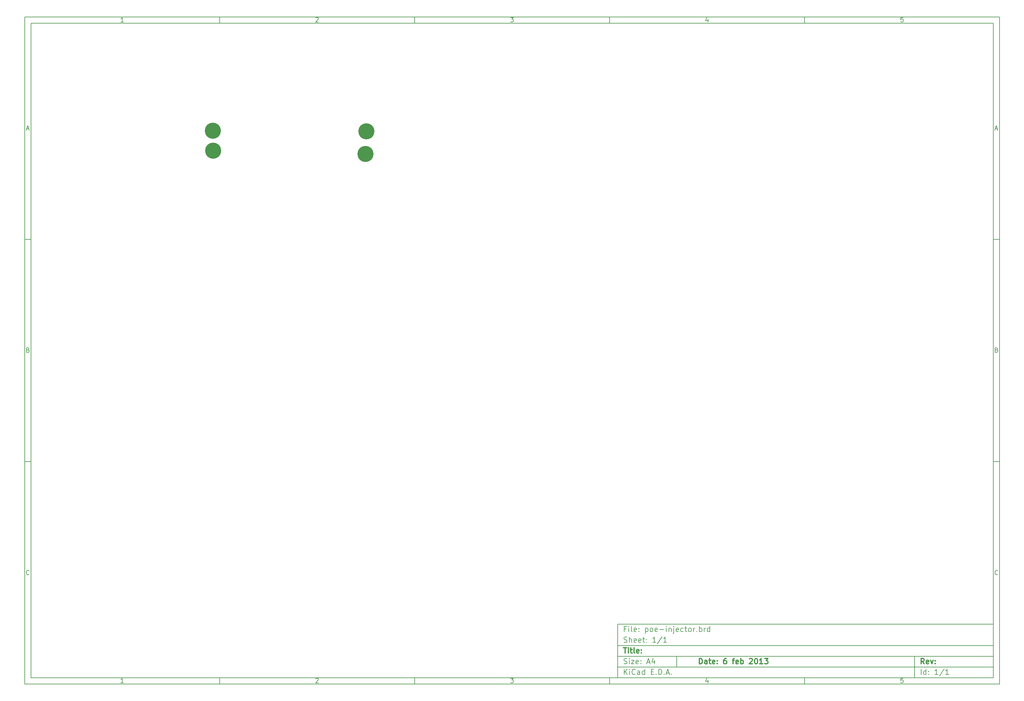
<source format=gbs>
G04 (created by PCBNEW-RS274X (2012-01-19 BZR 3256)-stable) date 2/5/2013 11:52:39 PM*
G01*
G70*
G90*
%MOIN*%
G04 Gerber Fmt 3.4, Leading zero omitted, Abs format*
%FSLAX34Y34*%
G04 APERTURE LIST*
%ADD10C,0.006000*%
%ADD11C,0.012000*%
%ADD12C,0.180000*%
G04 APERTURE END LIST*
G54D10*
X04000Y-04000D02*
X113000Y-04000D01*
X113000Y-78670D01*
X04000Y-78670D01*
X04000Y-04000D01*
X04700Y-04700D02*
X112300Y-04700D01*
X112300Y-77970D01*
X04700Y-77970D01*
X04700Y-04700D01*
X25800Y-04000D02*
X25800Y-04700D01*
X15043Y-04552D02*
X14757Y-04552D01*
X14900Y-04552D02*
X14900Y-04052D01*
X14852Y-04124D01*
X14805Y-04171D01*
X14757Y-04195D01*
X25800Y-78670D02*
X25800Y-77970D01*
X15043Y-78522D02*
X14757Y-78522D01*
X14900Y-78522D02*
X14900Y-78022D01*
X14852Y-78094D01*
X14805Y-78141D01*
X14757Y-78165D01*
X47600Y-04000D02*
X47600Y-04700D01*
X36557Y-04100D02*
X36581Y-04076D01*
X36629Y-04052D01*
X36748Y-04052D01*
X36795Y-04076D01*
X36819Y-04100D01*
X36843Y-04148D01*
X36843Y-04195D01*
X36819Y-04267D01*
X36533Y-04552D01*
X36843Y-04552D01*
X47600Y-78670D02*
X47600Y-77970D01*
X36557Y-78070D02*
X36581Y-78046D01*
X36629Y-78022D01*
X36748Y-78022D01*
X36795Y-78046D01*
X36819Y-78070D01*
X36843Y-78118D01*
X36843Y-78165D01*
X36819Y-78237D01*
X36533Y-78522D01*
X36843Y-78522D01*
X69400Y-04000D02*
X69400Y-04700D01*
X58333Y-04052D02*
X58643Y-04052D01*
X58476Y-04243D01*
X58548Y-04243D01*
X58595Y-04267D01*
X58619Y-04290D01*
X58643Y-04338D01*
X58643Y-04457D01*
X58619Y-04505D01*
X58595Y-04529D01*
X58548Y-04552D01*
X58405Y-04552D01*
X58357Y-04529D01*
X58333Y-04505D01*
X69400Y-78670D02*
X69400Y-77970D01*
X58333Y-78022D02*
X58643Y-78022D01*
X58476Y-78213D01*
X58548Y-78213D01*
X58595Y-78237D01*
X58619Y-78260D01*
X58643Y-78308D01*
X58643Y-78427D01*
X58619Y-78475D01*
X58595Y-78499D01*
X58548Y-78522D01*
X58405Y-78522D01*
X58357Y-78499D01*
X58333Y-78475D01*
X91200Y-04000D02*
X91200Y-04700D01*
X80395Y-04219D02*
X80395Y-04552D01*
X80276Y-04029D02*
X80157Y-04386D01*
X80467Y-04386D01*
X91200Y-78670D02*
X91200Y-77970D01*
X80395Y-78189D02*
X80395Y-78522D01*
X80276Y-77999D02*
X80157Y-78356D01*
X80467Y-78356D01*
X102219Y-04052D02*
X101981Y-04052D01*
X101957Y-04290D01*
X101981Y-04267D01*
X102029Y-04243D01*
X102148Y-04243D01*
X102195Y-04267D01*
X102219Y-04290D01*
X102243Y-04338D01*
X102243Y-04457D01*
X102219Y-04505D01*
X102195Y-04529D01*
X102148Y-04552D01*
X102029Y-04552D01*
X101981Y-04529D01*
X101957Y-04505D01*
X102219Y-78022D02*
X101981Y-78022D01*
X101957Y-78260D01*
X101981Y-78237D01*
X102029Y-78213D01*
X102148Y-78213D01*
X102195Y-78237D01*
X102219Y-78260D01*
X102243Y-78308D01*
X102243Y-78427D01*
X102219Y-78475D01*
X102195Y-78499D01*
X102148Y-78522D01*
X102029Y-78522D01*
X101981Y-78499D01*
X101957Y-78475D01*
X04000Y-28890D02*
X04700Y-28890D01*
X04231Y-16510D02*
X04469Y-16510D01*
X04184Y-16652D02*
X04350Y-16152D01*
X04517Y-16652D01*
X113000Y-28890D02*
X112300Y-28890D01*
X112531Y-16510D02*
X112769Y-16510D01*
X112484Y-16652D02*
X112650Y-16152D01*
X112817Y-16652D01*
X04000Y-53780D02*
X04700Y-53780D01*
X04386Y-41280D02*
X04457Y-41304D01*
X04481Y-41328D01*
X04505Y-41376D01*
X04505Y-41447D01*
X04481Y-41495D01*
X04457Y-41519D01*
X04410Y-41542D01*
X04219Y-41542D01*
X04219Y-41042D01*
X04386Y-41042D01*
X04433Y-41066D01*
X04457Y-41090D01*
X04481Y-41138D01*
X04481Y-41185D01*
X04457Y-41233D01*
X04433Y-41257D01*
X04386Y-41280D01*
X04219Y-41280D01*
X113000Y-53780D02*
X112300Y-53780D01*
X112686Y-41280D02*
X112757Y-41304D01*
X112781Y-41328D01*
X112805Y-41376D01*
X112805Y-41447D01*
X112781Y-41495D01*
X112757Y-41519D01*
X112710Y-41542D01*
X112519Y-41542D01*
X112519Y-41042D01*
X112686Y-41042D01*
X112733Y-41066D01*
X112757Y-41090D01*
X112781Y-41138D01*
X112781Y-41185D01*
X112757Y-41233D01*
X112733Y-41257D01*
X112686Y-41280D01*
X112519Y-41280D01*
X04505Y-66385D02*
X04481Y-66409D01*
X04410Y-66432D01*
X04362Y-66432D01*
X04290Y-66409D01*
X04243Y-66361D01*
X04219Y-66313D01*
X04195Y-66218D01*
X04195Y-66147D01*
X04219Y-66051D01*
X04243Y-66004D01*
X04290Y-65956D01*
X04362Y-65932D01*
X04410Y-65932D01*
X04481Y-65956D01*
X04505Y-65980D01*
X112805Y-66385D02*
X112781Y-66409D01*
X112710Y-66432D01*
X112662Y-66432D01*
X112590Y-66409D01*
X112543Y-66361D01*
X112519Y-66313D01*
X112495Y-66218D01*
X112495Y-66147D01*
X112519Y-66051D01*
X112543Y-66004D01*
X112590Y-65956D01*
X112662Y-65932D01*
X112710Y-65932D01*
X112781Y-65956D01*
X112805Y-65980D01*
G54D11*
X79443Y-76413D02*
X79443Y-75813D01*
X79586Y-75813D01*
X79671Y-75841D01*
X79729Y-75899D01*
X79757Y-75956D01*
X79786Y-76070D01*
X79786Y-76156D01*
X79757Y-76270D01*
X79729Y-76327D01*
X79671Y-76384D01*
X79586Y-76413D01*
X79443Y-76413D01*
X80300Y-76413D02*
X80300Y-76099D01*
X80271Y-76041D01*
X80214Y-76013D01*
X80100Y-76013D01*
X80043Y-76041D01*
X80300Y-76384D02*
X80243Y-76413D01*
X80100Y-76413D01*
X80043Y-76384D01*
X80014Y-76327D01*
X80014Y-76270D01*
X80043Y-76213D01*
X80100Y-76184D01*
X80243Y-76184D01*
X80300Y-76156D01*
X80500Y-76013D02*
X80729Y-76013D01*
X80586Y-75813D02*
X80586Y-76327D01*
X80614Y-76384D01*
X80672Y-76413D01*
X80729Y-76413D01*
X81157Y-76384D02*
X81100Y-76413D01*
X80986Y-76413D01*
X80929Y-76384D01*
X80900Y-76327D01*
X80900Y-76099D01*
X80929Y-76041D01*
X80986Y-76013D01*
X81100Y-76013D01*
X81157Y-76041D01*
X81186Y-76099D01*
X81186Y-76156D01*
X80900Y-76213D01*
X81443Y-76356D02*
X81471Y-76384D01*
X81443Y-76413D01*
X81414Y-76384D01*
X81443Y-76356D01*
X81443Y-76413D01*
X81443Y-76041D02*
X81471Y-76070D01*
X81443Y-76099D01*
X81414Y-76070D01*
X81443Y-76041D01*
X81443Y-76099D01*
X82443Y-75813D02*
X82329Y-75813D01*
X82272Y-75841D01*
X82243Y-75870D01*
X82186Y-75956D01*
X82157Y-76070D01*
X82157Y-76299D01*
X82186Y-76356D01*
X82214Y-76384D01*
X82272Y-76413D01*
X82386Y-76413D01*
X82443Y-76384D01*
X82472Y-76356D01*
X82500Y-76299D01*
X82500Y-76156D01*
X82472Y-76099D01*
X82443Y-76070D01*
X82386Y-76041D01*
X82272Y-76041D01*
X82214Y-76070D01*
X82186Y-76099D01*
X82157Y-76156D01*
X83128Y-76013D02*
X83357Y-76013D01*
X83214Y-76413D02*
X83214Y-75899D01*
X83242Y-75841D01*
X83300Y-75813D01*
X83357Y-75813D01*
X83785Y-76384D02*
X83728Y-76413D01*
X83614Y-76413D01*
X83557Y-76384D01*
X83528Y-76327D01*
X83528Y-76099D01*
X83557Y-76041D01*
X83614Y-76013D01*
X83728Y-76013D01*
X83785Y-76041D01*
X83814Y-76099D01*
X83814Y-76156D01*
X83528Y-76213D01*
X84071Y-76413D02*
X84071Y-75813D01*
X84071Y-76041D02*
X84128Y-76013D01*
X84242Y-76013D01*
X84299Y-76041D01*
X84328Y-76070D01*
X84357Y-76127D01*
X84357Y-76299D01*
X84328Y-76356D01*
X84299Y-76384D01*
X84242Y-76413D01*
X84128Y-76413D01*
X84071Y-76384D01*
X85042Y-75870D02*
X85071Y-75841D01*
X85128Y-75813D01*
X85271Y-75813D01*
X85328Y-75841D01*
X85357Y-75870D01*
X85385Y-75927D01*
X85385Y-75984D01*
X85357Y-76070D01*
X85014Y-76413D01*
X85385Y-76413D01*
X85756Y-75813D02*
X85813Y-75813D01*
X85870Y-75841D01*
X85899Y-75870D01*
X85928Y-75927D01*
X85956Y-76041D01*
X85956Y-76184D01*
X85928Y-76299D01*
X85899Y-76356D01*
X85870Y-76384D01*
X85813Y-76413D01*
X85756Y-76413D01*
X85699Y-76384D01*
X85670Y-76356D01*
X85642Y-76299D01*
X85613Y-76184D01*
X85613Y-76041D01*
X85642Y-75927D01*
X85670Y-75870D01*
X85699Y-75841D01*
X85756Y-75813D01*
X86527Y-76413D02*
X86184Y-76413D01*
X86356Y-76413D02*
X86356Y-75813D01*
X86299Y-75899D01*
X86241Y-75956D01*
X86184Y-75984D01*
X86727Y-75813D02*
X87098Y-75813D01*
X86898Y-76041D01*
X86984Y-76041D01*
X87041Y-76070D01*
X87070Y-76099D01*
X87098Y-76156D01*
X87098Y-76299D01*
X87070Y-76356D01*
X87041Y-76384D01*
X86984Y-76413D01*
X86812Y-76413D01*
X86755Y-76384D01*
X86727Y-76356D01*
G54D10*
X71043Y-77613D02*
X71043Y-77013D01*
X71386Y-77613D02*
X71129Y-77270D01*
X71386Y-77013D02*
X71043Y-77356D01*
X71643Y-77613D02*
X71643Y-77213D01*
X71643Y-77013D02*
X71614Y-77041D01*
X71643Y-77070D01*
X71671Y-77041D01*
X71643Y-77013D01*
X71643Y-77070D01*
X72272Y-77556D02*
X72243Y-77584D01*
X72157Y-77613D01*
X72100Y-77613D01*
X72015Y-77584D01*
X71957Y-77527D01*
X71929Y-77470D01*
X71900Y-77356D01*
X71900Y-77270D01*
X71929Y-77156D01*
X71957Y-77099D01*
X72015Y-77041D01*
X72100Y-77013D01*
X72157Y-77013D01*
X72243Y-77041D01*
X72272Y-77070D01*
X72786Y-77613D02*
X72786Y-77299D01*
X72757Y-77241D01*
X72700Y-77213D01*
X72586Y-77213D01*
X72529Y-77241D01*
X72786Y-77584D02*
X72729Y-77613D01*
X72586Y-77613D01*
X72529Y-77584D01*
X72500Y-77527D01*
X72500Y-77470D01*
X72529Y-77413D01*
X72586Y-77384D01*
X72729Y-77384D01*
X72786Y-77356D01*
X73329Y-77613D02*
X73329Y-77013D01*
X73329Y-77584D02*
X73272Y-77613D01*
X73158Y-77613D01*
X73100Y-77584D01*
X73072Y-77556D01*
X73043Y-77499D01*
X73043Y-77327D01*
X73072Y-77270D01*
X73100Y-77241D01*
X73158Y-77213D01*
X73272Y-77213D01*
X73329Y-77241D01*
X74072Y-77299D02*
X74272Y-77299D01*
X74358Y-77613D02*
X74072Y-77613D01*
X74072Y-77013D01*
X74358Y-77013D01*
X74615Y-77556D02*
X74643Y-77584D01*
X74615Y-77613D01*
X74586Y-77584D01*
X74615Y-77556D01*
X74615Y-77613D01*
X74901Y-77613D02*
X74901Y-77013D01*
X75044Y-77013D01*
X75129Y-77041D01*
X75187Y-77099D01*
X75215Y-77156D01*
X75244Y-77270D01*
X75244Y-77356D01*
X75215Y-77470D01*
X75187Y-77527D01*
X75129Y-77584D01*
X75044Y-77613D01*
X74901Y-77613D01*
X75501Y-77556D02*
X75529Y-77584D01*
X75501Y-77613D01*
X75472Y-77584D01*
X75501Y-77556D01*
X75501Y-77613D01*
X75758Y-77441D02*
X76044Y-77441D01*
X75701Y-77613D02*
X75901Y-77013D01*
X76101Y-77613D01*
X76301Y-77556D02*
X76329Y-77584D01*
X76301Y-77613D01*
X76272Y-77584D01*
X76301Y-77556D01*
X76301Y-77613D01*
G54D11*
X104586Y-76413D02*
X104386Y-76127D01*
X104243Y-76413D02*
X104243Y-75813D01*
X104471Y-75813D01*
X104529Y-75841D01*
X104557Y-75870D01*
X104586Y-75927D01*
X104586Y-76013D01*
X104557Y-76070D01*
X104529Y-76099D01*
X104471Y-76127D01*
X104243Y-76127D01*
X105071Y-76384D02*
X105014Y-76413D01*
X104900Y-76413D01*
X104843Y-76384D01*
X104814Y-76327D01*
X104814Y-76099D01*
X104843Y-76041D01*
X104900Y-76013D01*
X105014Y-76013D01*
X105071Y-76041D01*
X105100Y-76099D01*
X105100Y-76156D01*
X104814Y-76213D01*
X105300Y-76013D02*
X105443Y-76413D01*
X105585Y-76013D01*
X105814Y-76356D02*
X105842Y-76384D01*
X105814Y-76413D01*
X105785Y-76384D01*
X105814Y-76356D01*
X105814Y-76413D01*
X105814Y-76041D02*
X105842Y-76070D01*
X105814Y-76099D01*
X105785Y-76070D01*
X105814Y-76041D01*
X105814Y-76099D01*
G54D10*
X71014Y-76384D02*
X71100Y-76413D01*
X71243Y-76413D01*
X71300Y-76384D01*
X71329Y-76356D01*
X71357Y-76299D01*
X71357Y-76241D01*
X71329Y-76184D01*
X71300Y-76156D01*
X71243Y-76127D01*
X71129Y-76099D01*
X71071Y-76070D01*
X71043Y-76041D01*
X71014Y-75984D01*
X71014Y-75927D01*
X71043Y-75870D01*
X71071Y-75841D01*
X71129Y-75813D01*
X71271Y-75813D01*
X71357Y-75841D01*
X71614Y-76413D02*
X71614Y-76013D01*
X71614Y-75813D02*
X71585Y-75841D01*
X71614Y-75870D01*
X71642Y-75841D01*
X71614Y-75813D01*
X71614Y-75870D01*
X71843Y-76013D02*
X72157Y-76013D01*
X71843Y-76413D01*
X72157Y-76413D01*
X72614Y-76384D02*
X72557Y-76413D01*
X72443Y-76413D01*
X72386Y-76384D01*
X72357Y-76327D01*
X72357Y-76099D01*
X72386Y-76041D01*
X72443Y-76013D01*
X72557Y-76013D01*
X72614Y-76041D01*
X72643Y-76099D01*
X72643Y-76156D01*
X72357Y-76213D01*
X72900Y-76356D02*
X72928Y-76384D01*
X72900Y-76413D01*
X72871Y-76384D01*
X72900Y-76356D01*
X72900Y-76413D01*
X72900Y-76041D02*
X72928Y-76070D01*
X72900Y-76099D01*
X72871Y-76070D01*
X72900Y-76041D01*
X72900Y-76099D01*
X73614Y-76241D02*
X73900Y-76241D01*
X73557Y-76413D02*
X73757Y-75813D01*
X73957Y-76413D01*
X74414Y-76013D02*
X74414Y-76413D01*
X74271Y-75784D02*
X74128Y-76213D01*
X74500Y-76213D01*
X104243Y-77613D02*
X104243Y-77013D01*
X104786Y-77613D02*
X104786Y-77013D01*
X104786Y-77584D02*
X104729Y-77613D01*
X104615Y-77613D01*
X104557Y-77584D01*
X104529Y-77556D01*
X104500Y-77499D01*
X104500Y-77327D01*
X104529Y-77270D01*
X104557Y-77241D01*
X104615Y-77213D01*
X104729Y-77213D01*
X104786Y-77241D01*
X105072Y-77556D02*
X105100Y-77584D01*
X105072Y-77613D01*
X105043Y-77584D01*
X105072Y-77556D01*
X105072Y-77613D01*
X105072Y-77241D02*
X105100Y-77270D01*
X105072Y-77299D01*
X105043Y-77270D01*
X105072Y-77241D01*
X105072Y-77299D01*
X106129Y-77613D02*
X105786Y-77613D01*
X105958Y-77613D02*
X105958Y-77013D01*
X105901Y-77099D01*
X105843Y-77156D01*
X105786Y-77184D01*
X106814Y-76984D02*
X106300Y-77756D01*
X107329Y-77613D02*
X106986Y-77613D01*
X107158Y-77613D02*
X107158Y-77013D01*
X107101Y-77099D01*
X107043Y-77156D01*
X106986Y-77184D01*
G54D11*
X70957Y-74613D02*
X71300Y-74613D01*
X71129Y-75213D02*
X71129Y-74613D01*
X71500Y-75213D02*
X71500Y-74813D01*
X71500Y-74613D02*
X71471Y-74641D01*
X71500Y-74670D01*
X71528Y-74641D01*
X71500Y-74613D01*
X71500Y-74670D01*
X71700Y-74813D02*
X71929Y-74813D01*
X71786Y-74613D02*
X71786Y-75127D01*
X71814Y-75184D01*
X71872Y-75213D01*
X71929Y-75213D01*
X72215Y-75213D02*
X72157Y-75184D01*
X72129Y-75127D01*
X72129Y-74613D01*
X72671Y-75184D02*
X72614Y-75213D01*
X72500Y-75213D01*
X72443Y-75184D01*
X72414Y-75127D01*
X72414Y-74899D01*
X72443Y-74841D01*
X72500Y-74813D01*
X72614Y-74813D01*
X72671Y-74841D01*
X72700Y-74899D01*
X72700Y-74956D01*
X72414Y-75013D01*
X72957Y-75156D02*
X72985Y-75184D01*
X72957Y-75213D01*
X72928Y-75184D01*
X72957Y-75156D01*
X72957Y-75213D01*
X72957Y-74841D02*
X72985Y-74870D01*
X72957Y-74899D01*
X72928Y-74870D01*
X72957Y-74841D01*
X72957Y-74899D01*
G54D10*
X71243Y-72499D02*
X71043Y-72499D01*
X71043Y-72813D02*
X71043Y-72213D01*
X71329Y-72213D01*
X71557Y-72813D02*
X71557Y-72413D01*
X71557Y-72213D02*
X71528Y-72241D01*
X71557Y-72270D01*
X71585Y-72241D01*
X71557Y-72213D01*
X71557Y-72270D01*
X71929Y-72813D02*
X71871Y-72784D01*
X71843Y-72727D01*
X71843Y-72213D01*
X72385Y-72784D02*
X72328Y-72813D01*
X72214Y-72813D01*
X72157Y-72784D01*
X72128Y-72727D01*
X72128Y-72499D01*
X72157Y-72441D01*
X72214Y-72413D01*
X72328Y-72413D01*
X72385Y-72441D01*
X72414Y-72499D01*
X72414Y-72556D01*
X72128Y-72613D01*
X72671Y-72756D02*
X72699Y-72784D01*
X72671Y-72813D01*
X72642Y-72784D01*
X72671Y-72756D01*
X72671Y-72813D01*
X72671Y-72441D02*
X72699Y-72470D01*
X72671Y-72499D01*
X72642Y-72470D01*
X72671Y-72441D01*
X72671Y-72499D01*
X73414Y-72413D02*
X73414Y-73013D01*
X73414Y-72441D02*
X73471Y-72413D01*
X73585Y-72413D01*
X73642Y-72441D01*
X73671Y-72470D01*
X73700Y-72527D01*
X73700Y-72699D01*
X73671Y-72756D01*
X73642Y-72784D01*
X73585Y-72813D01*
X73471Y-72813D01*
X73414Y-72784D01*
X74043Y-72813D02*
X73985Y-72784D01*
X73957Y-72756D01*
X73928Y-72699D01*
X73928Y-72527D01*
X73957Y-72470D01*
X73985Y-72441D01*
X74043Y-72413D01*
X74128Y-72413D01*
X74185Y-72441D01*
X74214Y-72470D01*
X74243Y-72527D01*
X74243Y-72699D01*
X74214Y-72756D01*
X74185Y-72784D01*
X74128Y-72813D01*
X74043Y-72813D01*
X74728Y-72784D02*
X74671Y-72813D01*
X74557Y-72813D01*
X74500Y-72784D01*
X74471Y-72727D01*
X74471Y-72499D01*
X74500Y-72441D01*
X74557Y-72413D01*
X74671Y-72413D01*
X74728Y-72441D01*
X74757Y-72499D01*
X74757Y-72556D01*
X74471Y-72613D01*
X75014Y-72584D02*
X75471Y-72584D01*
X75757Y-72813D02*
X75757Y-72413D01*
X75757Y-72213D02*
X75728Y-72241D01*
X75757Y-72270D01*
X75785Y-72241D01*
X75757Y-72213D01*
X75757Y-72270D01*
X76043Y-72413D02*
X76043Y-72813D01*
X76043Y-72470D02*
X76071Y-72441D01*
X76129Y-72413D01*
X76214Y-72413D01*
X76271Y-72441D01*
X76300Y-72499D01*
X76300Y-72813D01*
X76586Y-72413D02*
X76586Y-72927D01*
X76557Y-72984D01*
X76500Y-73013D01*
X76472Y-73013D01*
X76586Y-72213D02*
X76557Y-72241D01*
X76586Y-72270D01*
X76614Y-72241D01*
X76586Y-72213D01*
X76586Y-72270D01*
X77100Y-72784D02*
X77043Y-72813D01*
X76929Y-72813D01*
X76872Y-72784D01*
X76843Y-72727D01*
X76843Y-72499D01*
X76872Y-72441D01*
X76929Y-72413D01*
X77043Y-72413D01*
X77100Y-72441D01*
X77129Y-72499D01*
X77129Y-72556D01*
X76843Y-72613D01*
X77643Y-72784D02*
X77586Y-72813D01*
X77472Y-72813D01*
X77414Y-72784D01*
X77386Y-72756D01*
X77357Y-72699D01*
X77357Y-72527D01*
X77386Y-72470D01*
X77414Y-72441D01*
X77472Y-72413D01*
X77586Y-72413D01*
X77643Y-72441D01*
X77814Y-72413D02*
X78043Y-72413D01*
X77900Y-72213D02*
X77900Y-72727D01*
X77928Y-72784D01*
X77986Y-72813D01*
X78043Y-72813D01*
X78329Y-72813D02*
X78271Y-72784D01*
X78243Y-72756D01*
X78214Y-72699D01*
X78214Y-72527D01*
X78243Y-72470D01*
X78271Y-72441D01*
X78329Y-72413D01*
X78414Y-72413D01*
X78471Y-72441D01*
X78500Y-72470D01*
X78529Y-72527D01*
X78529Y-72699D01*
X78500Y-72756D01*
X78471Y-72784D01*
X78414Y-72813D01*
X78329Y-72813D01*
X78786Y-72813D02*
X78786Y-72413D01*
X78786Y-72527D02*
X78814Y-72470D01*
X78843Y-72441D01*
X78900Y-72413D01*
X78957Y-72413D01*
X79157Y-72756D02*
X79185Y-72784D01*
X79157Y-72813D01*
X79128Y-72784D01*
X79157Y-72756D01*
X79157Y-72813D01*
X79443Y-72813D02*
X79443Y-72213D01*
X79443Y-72441D02*
X79500Y-72413D01*
X79614Y-72413D01*
X79671Y-72441D01*
X79700Y-72470D01*
X79729Y-72527D01*
X79729Y-72699D01*
X79700Y-72756D01*
X79671Y-72784D01*
X79614Y-72813D01*
X79500Y-72813D01*
X79443Y-72784D01*
X79986Y-72813D02*
X79986Y-72413D01*
X79986Y-72527D02*
X80014Y-72470D01*
X80043Y-72441D01*
X80100Y-72413D01*
X80157Y-72413D01*
X80614Y-72813D02*
X80614Y-72213D01*
X80614Y-72784D02*
X80557Y-72813D01*
X80443Y-72813D01*
X80385Y-72784D01*
X80357Y-72756D01*
X80328Y-72699D01*
X80328Y-72527D01*
X80357Y-72470D01*
X80385Y-72441D01*
X80443Y-72413D01*
X80557Y-72413D01*
X80614Y-72441D01*
X71014Y-73984D02*
X71100Y-74013D01*
X71243Y-74013D01*
X71300Y-73984D01*
X71329Y-73956D01*
X71357Y-73899D01*
X71357Y-73841D01*
X71329Y-73784D01*
X71300Y-73756D01*
X71243Y-73727D01*
X71129Y-73699D01*
X71071Y-73670D01*
X71043Y-73641D01*
X71014Y-73584D01*
X71014Y-73527D01*
X71043Y-73470D01*
X71071Y-73441D01*
X71129Y-73413D01*
X71271Y-73413D01*
X71357Y-73441D01*
X71614Y-74013D02*
X71614Y-73413D01*
X71871Y-74013D02*
X71871Y-73699D01*
X71842Y-73641D01*
X71785Y-73613D01*
X71700Y-73613D01*
X71642Y-73641D01*
X71614Y-73670D01*
X72385Y-73984D02*
X72328Y-74013D01*
X72214Y-74013D01*
X72157Y-73984D01*
X72128Y-73927D01*
X72128Y-73699D01*
X72157Y-73641D01*
X72214Y-73613D01*
X72328Y-73613D01*
X72385Y-73641D01*
X72414Y-73699D01*
X72414Y-73756D01*
X72128Y-73813D01*
X72899Y-73984D02*
X72842Y-74013D01*
X72728Y-74013D01*
X72671Y-73984D01*
X72642Y-73927D01*
X72642Y-73699D01*
X72671Y-73641D01*
X72728Y-73613D01*
X72842Y-73613D01*
X72899Y-73641D01*
X72928Y-73699D01*
X72928Y-73756D01*
X72642Y-73813D01*
X73099Y-73613D02*
X73328Y-73613D01*
X73185Y-73413D02*
X73185Y-73927D01*
X73213Y-73984D01*
X73271Y-74013D01*
X73328Y-74013D01*
X73528Y-73956D02*
X73556Y-73984D01*
X73528Y-74013D01*
X73499Y-73984D01*
X73528Y-73956D01*
X73528Y-74013D01*
X73528Y-73641D02*
X73556Y-73670D01*
X73528Y-73699D01*
X73499Y-73670D01*
X73528Y-73641D01*
X73528Y-73699D01*
X74585Y-74013D02*
X74242Y-74013D01*
X74414Y-74013D02*
X74414Y-73413D01*
X74357Y-73499D01*
X74299Y-73556D01*
X74242Y-73584D01*
X75270Y-73384D02*
X74756Y-74156D01*
X75785Y-74013D02*
X75442Y-74013D01*
X75614Y-74013D02*
X75614Y-73413D01*
X75557Y-73499D01*
X75499Y-73556D01*
X75442Y-73584D01*
X70300Y-71970D02*
X70300Y-77970D01*
X70300Y-71970D02*
X112300Y-71970D01*
X70300Y-71970D02*
X112300Y-71970D01*
X70300Y-74370D02*
X112300Y-74370D01*
X103500Y-75570D02*
X103500Y-77970D01*
X70300Y-76770D02*
X112300Y-76770D01*
X70300Y-75570D02*
X112300Y-75570D01*
X76900Y-75570D02*
X76900Y-76770D01*
G54D12*
X25039Y-16728D03*
X42224Y-16807D03*
X42098Y-19343D03*
X25091Y-18969D03*
M02*

</source>
